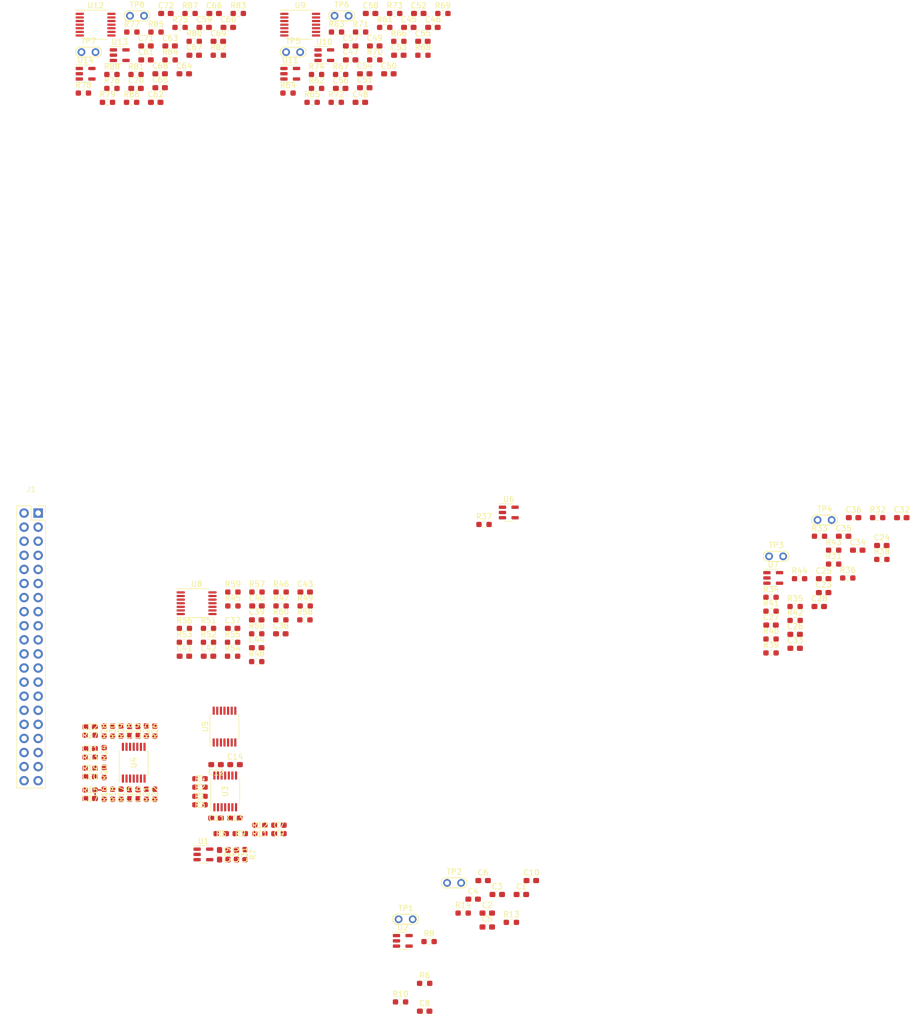
<source format=kicad_pcb>
(kicad_pcb (version 20211014) (generator pcbnew)
  (layers (0 "F.Cu" signal) (31 "B.Cu" signal) (34 "B.Paste" user) (35 "F.Paste" user) (36 "B.SilkS" user "B.Silkscreen") (37 "F.SilkS" user "F.Silkscreen") (38 "B.Mask" user) (39 "F.Mask" user) (44 "Edge.Cuts" user))
  (net 0 "")
  (net 1 "GNDA")
  (net 2 "+3.3V")
  (net 3 "GNDD")
  (net 4 "/Input Section/ADC_IN-")
  (net 5 "/Input Section/ADC_IN+")
  (net 6 "/Input Section1/ADC_IN-")
  (net 7 "/Input Section1/ADC_IN+")
  (net 8 "+5V")
  (net 9 "/POD_CLK")
  (net 11 "/POD_D15")
  (net 12 "/POD_D14")
  (net 13 "/POD_D13")
  (net 14 "/POD_D12")
  (net 15 "/POD_D11")
  (net 16 "/POD_D10")
  (net 17 "/POD_D9")
  (net 18 "/POD_D8")
  (net 19 "/POD_D7")
  (net 20 "/POD_D6")
  (net 21 "/POD_D5")
  (net 22 "/POD_D4")
  (net 23 "/POD_D3")
  (net 24 "/POD_D2")
  (net 25 "/POD_D1")
  (net 26 "/POD_D0")
  (net 27 "/Input Section/Voffset2")
  (net 28 "Net-(R5-Pad2)")
  (net 29 "/Input Section/Vthresh")
  (net 30 "/Input Section/Vcom")
  (net 31 "/Input Section1/Vcom")
  (net 32 "Net-(R10-Pad1)")
  (net 33 "Net-(R8-Pad1)")
  (net 34 "Net-(R11-Pad1)")
  (net 35 "Net-(R40-Pad2)")
  (net 36 "/pod_buf4/BUF_IN0")
  (net 37 "/pod_buf4/BUF_IN1")
  (net 38 "/pod_buf4/BUF_IN2")
  (net 39 "/pod_buf4/BUF_IN3")
  (net 40 "+5VA")
  (net 41 "-5VA")
  (net 42 "/BUF_OUT0")
  (net 43 "Net-(R1-Pad2)")
  (net 44 "/BUF_OUT1")
  (net 45 "Net-(R2-Pad2)")
  (net 46 "Net-(R13-Pad1)")
  (net 47 "Net-(R7-Pad1)")
  (net 48 "Net-(R12-Pad1)")
  (net 49 "Net-(R10-Pad2)")
  (net 50 "/BUF_OUT2")
  (net 51 "/BUF_OUT3")
  (net 52 "Net-(R21-Pad1)")
  (net 53 "Net-(R17-Pad1)")
  (net 54 "Net-(R25-Pad1)")
  (net 55 "Net-(R29-Pad1)")
  (net 56 "Net-(R31-Pad1)")
  (net 57 "Net-(R32-Pad1)")
  (net 58 "Net-(R33-Pad1)")
  (net 59 "Net-(R33-Pad2)")
  (net 60 "Net-(R37-Pad1)")
  (net 61 "Net-(R38-Pad1)")
  (net 62 "Net-(R39-Pad1)")
  (net 63 "Net-(R40-Pad1)")
  (net 64 "Net-(R44-Pad1)")
  (net 65 "/pod_buf5/BUF_IN0")
  (net 66 "/pod_buf5/BUF_IN1")
  (net 67 "/pod_buf5/BUF_IN2")
  (net 68 "/pod_buf5/BUF_IN3")
  (net 69 "/Input Section2/ADC_IN+")
  (net 70 "/Input Section2/ADC_IN-")
  (net 71 "/Input Section3/ADC_IN+")
  (net 72 "/Input Section3/ADC_IN-")
  (net 73 "Net-(R47-Pad1)")
  (net 74 "/BUF_OUT4")
  (net 75 "Net-(R51-Pad1)")
  (net 76 "/BUF_OUT5")
  (net 77 "Net-(R55-Pad1)")
  (net 78 "/BUF_OUT6")
  (net 79 "Net-(R59-Pad1)")
  (net 80 "/BUF_OUT7")
  (net 81 "Net-(R61-Pad1)")
  (net 82 "Net-(R62-Pad1)")
  (net 83 "Net-(R63-Pad1)")
  (net 84 "Net-(R63-Pad2)")
  (net 85 "Net-(R67-Pad1)")
  (net 86 "Net-(R68-Pad1)")
  (net 87 "Net-(R69-Pad1)")
  (net 88 "Net-(R70-Pad1)")
  (net 89 "Net-(R70-Pad2)")
  (net 90 "Net-(R74-Pad1)")
  (net 91 "Net-(R75-Pad1)")
  (net 92 "Net-(R76-Pad1)")
  (net 93 "Net-(R77-Pad1)")
  (net 94 "Net-(R77-Pad2)")
  (net 95 "Net-(R81-Pad1)")
  (net 96 "Net-(R82-Pad1)")
  (net 97 "Net-(R83-Pad1)")
  (net 98 "Net-(R84-Pad1)")
  (net 99 "Net-(R84-Pad2)")
  (net 100 "Net-(R88-Pad1)")
  (net 101 "/Input Section2/Vcom")
  (net 102 "/Input Section3/Vcom")
  (net 103 "/Input Section/DIG_OUT0")
  (net 104 "/Input Section/DIG_OUT1")
  (net 105 "/Input Section1/DIG_OUT0")
  (net 106 "/Input Section1/DIG_OUT1")
  (net 107 "/Input Section2/DIG_OUT0")
  (net 108 "/Input Section2/DIG_OUT1")
  (net 109 "/Input Section3/DIG_OUT0")
  (net 110 "/Input Section3/DIG_OUT1")
  (footprint "Capacitor_SMD:C_0603_1608Metric_Pad1.08x0.95mm_HandSolder" (layer "F.Cu") (at 202.6285 54.909)
    (fp_text reference "C32")
    (fp_text value "30p")
  )
  (footprint "Resistor_SMD:R_0603_1608Metric_Pad0.98x0.95mm_HandSolder" (layer "F.Cu") (at 187.7785 58.259)
    (fp_text reference "R33")
    (fp_text value "1k")
  )
  (footprint "Resistor_SMD:R_0603_1608Metric_Pad0.98x0.95mm_HandSolder" (layer "F.Cu") (at 84.074 115.6735 -90)
    (fp_text reference "R7")
    (fp_text value "20")
  )
  (footprint "Capacitor_SMD:C_0603_1608Metric_Pad1.08x0.95mm_HandSolder" (layer "F.Cu") (at 56.134 96.5525 180)
    (fp_text reference "C21")
    (fp_text value "70p")
  )
  (footprint "Package_TO_SOT_SMD:SOT-23-5" (layer "F.Cu") (at 179.4285 65.779)
    (fp_text reference "U7")
    (fp_text value "TLV3601")
  )
  (footprint "Resistor_SMD:R_0603_1608Metric_Pad0.98x0.95mm_HandSolder" (layer "F.Cu") (at 75.9695 101.981 180)
    (fp_text reference "R4")
    (fp_text value "1k")
  )
  (footprint "TestPoint:TestPoint_2Pads_Pitch2.54mm_Drill0.8mm" (layer "F.Cu") (at 120.566 120.768)
    (fp_text reference "TP2")
    (fp_text value "TestPoint_2Pole")
  )
  (footprint "Capacitor_SMD:C_0603_1608Metric_Pad1.08x0.95mm_HandSolder" (layer "F.Cu") (at 82.2695 109.093)
    (fp_text reference "C13")
    (fp_text value "10u")
  )
  (footprint "Resistor_SMD:R_0603_1608Metric_Pad0.98x0.95mm_HandSolder" (layer "F.Cu") (at 56.134 94.1395)
    (fp_text reference "R27")
    (fp_text value "250")
  )
  (footprint "Capacitor_SMD:C_0603_1608Metric_Pad1.08x0.95mm_HandSolder" (layer "F.Cu") (at 66.227 -30.146)
    (fp_text reference "C71")
    (fp_text value "10n")
  )
  (footprint "Resistor_SMD:R_0603_1608Metric_Pad0.98x0.95mm_HandSolder" (layer "F.Cu") (at 123.466 126.208)
    (fp_text reference "R14")
    (fp_text value "150")
  )
  (footprint "Capacitor_SMD:C_0603_1608Metric_Pad1.08x0.95mm_HandSolder" (layer "F.Cu") (at 70.577 -30.146)
    (fp_text reference "C63")
    (fp_text value "100n")
  )
  (footprint "Capacitor_SMD:C_0603_1608Metric_Pad1.08x0.95mm_HandSolder" (layer "F.Cu") (at 81.077 -33.496)
    (fp_text reference "C60")
    (fp_text value "10u")
  )
  (footprint "Capacitor_SMD:C_0603_1608Metric_Pad1.08x0.95mm_HandSolder" (layer "F.Cu") (at 90.217 110.363)
    (fp_text reference "C7")
    (fp_text value "30p")
  )
  (footprint "Capacitor_SMD:C_0603_1608Metric_Pad1.08x0.95mm_HandSolder" (layer "F.Cu") (at 69.827 -36.006)
    (fp_text reference "C72")
    (fp_text value "1u")
  )
  (footprint "Resistor_SMD:R_0603_1608Metric_Pad0.98x0.95mm_HandSolder" (layer "F.Cu") (at 56.134 98.109)
    (fp_text reference "R23")
    (fp_text value "250")
  )
  (footprint "Resistor_SMD:R_0603_1608Metric_Pad0.98x0.95mm_HandSolder" (layer "F.Cu") (at 67.818 93.401 90)
    (fp_text reference "R26")
    (fp_text value "3k")
  )
  (footprint "Resistor_SMD:R_0603_1608Metric_Pad0.98x0.95mm_HandSolder" (layer "F.Cu") (at 107.507 -27.636)
    (fp_text reference "R70")
    (fp_text value "1k")
  )
  (footprint "Capacitor_SMD:C_0603_1608Metric_Pad1.08x0.95mm_HandSolder" (layer "F.Cu") (at 73.1565 79.889)
    (fp_text reference "C41")
    (fp_text value "10u")
  )
  (footprint "Capacitor_SMD:C_0603_1608Metric_Pad1.08x0.95mm_HandSolder" (layer "F.Cu") (at 56.134 92.6155 180)
    (fp_text reference "C22")
    (fp_text value "70p")
  )
  (footprint "Resistor_SMD:R_0603_1608Metric_Pad0.98x0.95mm_HandSolder" (layer "F.Cu") (at 90.6065 70.829)
    (fp_text reference "R47")
    (fp_text value "1k")
  )
  (footprint "Package_SO:TSSOP-14_4.4x5mm_P0.65mm" (layer "F.Cu") (at 75.3565 70.339)
    (fp_text reference "U8")
    (fp_text value "ADA4891-4")
  )
  (footprint "Resistor_SMD:R_0603_1608Metric_Pad0.98x0.95mm_HandSolder" (layer "F.Cu") (at 198.2785 54.909)
    (fp_text reference "R32")
    (fp_text value "1k")
  )
  (footprint "Resistor_SMD:R_0603_1608Metric_Pad0.98x0.95mm_HandSolder" (layer "F.Cu") (at 183.3785 70.929)
    (fp_text reference "R35")
    (fp_text value "1k")
  )
  (footprint "Resistor_SMD:R_0603_1608Metric_Pad0.98x0.95mm_HandSolder" (layer "F.Cu") (at 90.5565 73.339)
    (fp_text reference "R60")
    (fp_text value "3k")
  )
  (footprint "Resistor_SMD:R_0603_1608Metric_Pad0.98x0.95mm_HandSolder" (layer "F.Cu") (at 81.8565 77.379)
    (fp_text reference "R55")
    (fp_text value "1k")
  )
  (footprint "Resistor_SMD:R_0603_1608Metric_Pad0.98x0.95mm_HandSolder" (layer "F.Cu") (at 86.2565 68.319)
    (fp_text reference "R57")
    (fp_text value "250")
  )
  (footprint "Resistor_SMD:R_0603_1608Metric_Pad0.98x0.95mm_HandSolder" (layer "F.Cu") (at 73.1565 74.869)
    (fp_text reference "R56")
    (fp_text value "3k")
  )
  (footprint "Capacitor_SMD:C_0603_1608Metric_Pad1.08x0.95mm_HandSolder" (layer "F.Cu") (at 183.3785 78.459)
    (fp_text reference "C33")
    (fp_text value "30p")
  )
  (footprint "Capacitor_SMD:C_0603_1608Metric_Pad1.08x0.95mm_HandSolder" (layer "F.Cu") (at 76.727 -33.496)
    (fp_text reference "C59")
    (fp_text value "100n")
  )
  (footprint "Capacitor_SMD:C_0603_1608Metric_Pad1.08x0.95mm_HandSolder" (layer "F.Cu") (at 103.157 -30.146)
    (fp_text reference "C57")
    (fp_text value "10n")
  )
  (footprint "Capacitor_SMD:C_0603_1608Metric_Pad1.08x0.95mm_HandSolder" (layer "F.Cu") (at 193.9285 54.909)
    (fp_text reference "C36")
    (fp_text value "1u")
  )
  (footprint "Capacitor_SMD:C_0603_1608Metric_Pad1.08x0.95mm_HandSolder" (layer "F.Cu") (at 115.457 -36.006)
    (fp_text reference "C52")
    (fp_text value "10n")
  )
  (footprint "Resistor_SMD:R_0603_1608Metric_Pad0.98x0.95mm_HandSolder" (layer "F.Cu") (at 61.722 104.784 90)
    (fp_text reference "R17")
    (fp_text value "1k")
  )
  (footprint "Resistor_SMD:R_0603_1608Metric_Pad0.98x0.95mm_HandSolder" (layer "F.Cu") (at 97.007 -22.496)
    (fp_text reference "R62")
    (fp_text value "1k")
  )
  (footprint "Package_TO_SOT_SMD:SOT-23-5" (layer "F.Cu") (at 55.327 -25.136)
    (fp_text reference "U14")
    (fp_text value "TLV3601")
  )
  (footprint "Resistor_SMD:R_0603_1608Metric_Pad0.98x0.95mm_HandSolder" (layer "F.Cu") (at 82.877 -36.006)
    (fp_text reference "R83")
    (fp_text value "1k")
  )
  (footprint "Resistor_SMD:R_0603_1608Metric_Pad0.98x0.95mm_HandSolder" (layer "F.Cu") (at 96.207 -19.986)
    (fp_text reference "R65")
    (fp_text value "1k")
  )
  (footprint "Capacitor_SMD:C_0603_1608Metric_Pad1.08x0.95mm_HandSolder" (layer "F.Cu") (at 63.246 93.3775 90)
    (fp_text reference "C18")
    (fp_text value "100n")
  )
  (footprint "Resistor_SMD:R_0603_1608Metric_Pad0.98x0.95mm_HandSolder" (layer "F.Cu") (at 179.0285 69.259)
    (fp_text reference "R34")
    (fp_text value "1.5k")
  )
  (footprint "Resistor_SMD:R_0603_1608Metric_Pad0.98x0.95mm_HandSolder" (layer "F.Cu") (at 109.307 -33.496)
    (fp_text reference "R61")
    (fp_text value "100")
  )
  (footprint "Resistor_SMD:R_0603_1608Metric_Pad0.98x0.95mm_HandSolder" (layer "F.Cu") (at 60.077 -25.006)
    (fp_text reference "R88")
    (fp_text value "20")
  )
  (footprint "Capacitor_SMD:C_0603_1608Metric_Pad1.08x0.95mm_HandSolder" (layer "F.Cu") (at 199.0285 59.929)
    (fp_text reference "C24")
    (fp_text value "10u")
  )
  (footprint "Capacitor_SMD:C_0603_1608Metric_Pad1.08x0.95mm_HandSolder" (layer "F.Cu") (at 135.766 120.348)
    (fp_text reference "C10")
    (fp_text value "30p")
  )
  (footprint "Resistor_SMD:R_0603_1608Metric_Pad0.98x0.95mm_HandSolder" (layer "F.Cu") (at 83.232 111.887)
    (fp_text reference "R9")
    (fp_text value "1k")
  )
  (footprint "Resistor_SMD:R_0603_1608Metric_Pad0.98x0.95mm_HandSolder" (layer "F.Cu") (at 58.674 104.784 90)
    (fp_text reference "R16")
    (fp_text value "10k")
  )
  (footprint "Resistor_SMD:R_0603_1608Metric_Pad0.98x0.95mm_HandSolder" (layer "F.Cu") (at 64.427 -25.006)
    (fp_text reference "R81")
    (fp_text value "20")
  )
  (footprint "Capacitor_SMD:C_0603_1608Metric_Pad1.08x0.95mm_HandSolder" (layer "F.Cu") (at 82.296 99.441)
    (fp_text reference "C14")
    (fp_text value "10u")
  )
  (footprint "Resistor_SMD:R_0603_1608Metric_Pad0.98x0.95mm_HandSolder" (layer "F.Cu") (at 90.6065 68.319)
    (fp_text reference "R46")
    (fp_text value "10k")
  )
  (footprint "Resistor_SMD:R_0603_1608Metric_Pad0.98x0.95mm_HandSolder" (layer "F.Cu") (at 60.198 93.401 90)
    (fp_text reference "R30")
    (fp_text value "3k")
  )
  (footprint "Resistor_SMD:R_0603_1608Metric_Pad0.98x0.95mm_HandSolder" (layer "F.Cu") (at 199.0285 62.439)
    (fp_text reference "R38")
    (fp_text value "100")
  )
  (footprint "Capacitor_SMD:C_0603_1608Metric_Pad1.08x0.95mm_HandSolder" (layer "F.Cu") (at 101.357 -22.496)
    (fp_text reference "C56")
    (fp_text value "100p")
  )
  (footprint "Resistor_SMD:R_0603_1608Metric_Pad0.98x0.95mm_HandSolder" (layer "F.Cu") (at 179.0285 71.769)
    (fp_text reference "R41")
    (fp_text value "1.5k")
  )
  (footprint "Capacitor_SMD:C_0603_1608Metric_Pad1.08x0.95mm_HandSolder" (layer "F.Cu") (at 78.867 109.093 180)
    (fp_text reference "C11")
    (fp_text value "100n")
  )
  (footprint "Resistor_SMD:R_0603_1608Metric_Pad0.98x0.95mm_HandSolder" (layer "F.Cu") (at 101.357 -25.006)
    (fp_text reference "R67")
    (fp_text value "20")
  )
  (footprint "Resistor_SMD:R_0603_1608Metric_Pad0.98x0.95mm_HandSolder" (layer "F.Cu") (at 56.134 104.022)
    (fp_text reference "R15")
    (fp_text value "250")
  )
  (footprint "Capacitor_SMD:C_0603_1608Metric_Pad1.08x0.95mm_HandSolder" (layer "F.Cu") (at 94.9565 68.319)
    (fp_text reference "C43")
    (fp_text value "70p")
  )
  (footprint "Package_SO:TSSOP-14_4.4x5mm_P0.65mm" (layer "F.Cu") (at 64.008 99.0925 90)
    (fp_text reference "U4")
    (fp_text value "ADA4891-4")
  )
  (footprint "Resistor_SMD:R_0603_1608Metric_Pad0.98x0.95mm_HandSolder" (layer "F.Cu") (at 63.677 -32.656)
    (fp_text reference "R77")
    (fp_text value "1k")
  )
  (footprint "Resistor_SMD:R_0603_1608Metric_Pad0.98x0.95mm_HandSolder" (layer "F.Cu") (at 60.198 104.784 -90)
    (fp_text reference "R18")
    (fp_text value "3k")
  )
  (footprint "Resistor_SMD:R_0603_1608Metric_Pad0.98x0.95mm_HandSolder" (layer "F.Cu") (at 119.807 -36.006)
    (fp_text reference "R69")
    (fp_text value "1k")
  )
  (footprint "Resistor_SMD:R_0603_1608Metric_Pad0.98x0.95mm_HandSolder" (layer "F.Cu") (at 75.9695 103.505)
    (fp_text reference "R2")
    (fp_text value "1.5k")
  )
  (footprint "Resistor_SMD:R_0603_1608Metric_Pad0.98x0.95mm_HandSolder" (layer "F.Cu") (at 79.277 -28.476)
    (fp_text reference "R82")
    (fp_text value "100")
  )
  (footprint "Resistor_SMD:R_0603_1608Metric_Pad0.98x0.95mm_HandSolder" (layer "F.Cu") (at 117.316 131.348)
    (fp_text reference "R8")
    (fp_text value "20")
  )
  (footprint "Resistor_SMD:R_0603_1608Metric_Pad0.98x0.95mm_HandSolder" (layer "F.Cu") (at 75.9695 106.68 180)
    (fp_text reference "R3")
    (fp_text value "1k")
  )
  (footprint "Resistor_SMD:R_0603_1608Metric_Pad0.98x0.95mm_HandSolder" (layer "F.Cu") (at 77.5065 77.379)
    (fp_text reference "R52")
    (fp_text value "3k")
  )
  (footprint "Resistor_SMD:R_0603_1608Metric_Pad0.98x0.95mm_HandSolder" (layer "F.Cu") (at 184.1785 65.909)
    (fp_text reference "R44")
    (fp_text value "20")
  )
  (footprint "Capacitor_SMD:C_0603_1608Metric_Pad1.08x0.95mm_HandSolder" (layer "F.Cu") (at 64.77 93.3775 90)
    (fp_text reference "C19")
    (fp_text value "10u")
  )
  (footprint "TestPoint:TestPoint_2Pads_Pitch2.54mm_Drill0.8mm" (layer "F.Cu") (at 63.327 -35.586)
    (fp_text reference "TP8")
    (fp_text value "TestPoint_2Pole")
  )
  (footprint "Resistor_SMD:R_0603_1608Metric_Pad0.98x0.95mm_HandSolder" (layer "F.Cu") (at 54.927 -21.656)
    (fp_text reference "R78")
    (fp_text value "1.5k")
  )
  (footprint "Package_SO:TSSOP-14_4.4x5mm_P0.65mm" (layer "F.Cu") (at 80.518 104.267 90)
    (fp_text reference "U3")
    (fp_text value "ADA4891-4")
  )
  (footprint "Resistor_SMD:R_0603_1608Metric_Pad0.98x0.95mm_HandSolder" (layer "F.Cu") (at 190.3285 63.279)
    (fp_text reference "R31")
    (fp_text value "100")
  )
  (footprint "Resistor_SMD:R_0603_1608Metric_Pad0.98x0.95mm_HandSolder" (layer "F.Cu") (at 72.377 -33.496)
    (fp_text reference "R75")
    (fp_text value "100")
  )
  (footprint "Resistor_SMD:R_0603_1608Metric_Pad0.98x0.95mm_HandSolder" (layer "F.Cu") (at 190.3285 60.769)
    (fp_text reference "R43")
    (fp_text value "150")
  )
  (footprint "Resistor_SMD:R_0603_1608Metric_Pad0.98x0.95mm_HandSolder" (layer "F.Cu") (at 91.857 -21.656)
    (fp_text reference "R64")
    (fp_text value "1.5k")
  )
  (footprint "Capacitor_SMD:C_0603_1608Metric_Pad1.08x0.95mm_HandSolder" (layer "F.Cu") (at 81.8565 74.869)
    (fp_text reference "C37")
    (fp_text value "100n")
  )
  (footprint "Resistor_SMD:R_0603_1608Metric_Pad0.98x0.95mm_HandSolder" (layer "F.Cu") (at 60.077 -22.496)
    (fp_text reference "R76")
    (fp_text value "1k")
  )
  (footprint "Capacitor_SMD:C_0603_1608Metric_Pad1.08x0.95mm_HandSolder" (layer "F.Cu") (at 68.777 -25.126)
    (fp_text reference "C68")
    (fp_text value "30p")
  )
  (footprint "Resistor_SMD:R_0603_1608Metric_Pad0.98x0.95mm_HandSolder" (layer "F.Cu") (at 70.577 -27.636)
    (fp_text reference "R84")
    (fp_text value "1k")
  )
  (footprint "Capacitor_SMD:C_0603_1608Metric_Pad1.08x0.95mm_HandSolder" (layer "F.Cu") (at 86.2065 73.339)
    (fp_text reference "C39")
    (fp_text value "70p")
  )
  (footprint "Capacitor_SMD:C_0603_1608Metric_Pad1.08x0.95mm_HandSolder" (layer "F.Cu") (at 90.5565 75.849)
    (fp_text reference "C38")
    (fp_text value "10u")
  )
  (footprint "Resistor_SMD:R_0603_1608Metric_Pad0.98x0.95mm_HandSolder" (layer "F.Cu") (at 116.516 138.878)
    (fp_text reference "R6")
    (fp_text value "1k")
  )
  (footprint "TestPoint:TestPoint_2Pads_Pitch2.54mm_Drill0.8mm" (layer "F.Cu") (at 100.257 -35.586)
    (fp_text reference "TP6")
    (fp_text value "TestPoint_2Pole")
  )
  (footprint "Capacitor_SMD:C_0603_1608Metric_Pad1.08x0.95mm_HandSolder" (layer "F.Cu") (at 105.707 -22.616)
    (fp_text reference "C51")
    (fp_text value "100p")
  )
  (footprint "Resistor_SMD:R_0603_1608Metric_Pad0.98x0.95mm_HandSolder" (layer "F.Cu") (at 132.166 127.878)
    (fp_text reference "R13")
    (fp_text value "100")
  )
  (footprint "Capacitor_SMD:C_0603_1608Metric_Pad1.08x0.95mm_HandSolder" (layer "F.Cu") (at 56.134 101.6 180)
    (fp_text reference "C20")
    (fp_text value "70p")
  )
  (footprint "Capacitor_SMD:C_0603_1608Metric_Pad1.08x0.95mm_HandSolder" (layer "F.Cu") (at 86.2065 78.359)
    (fp_text reference "C44")
    (fp_text value "70p")
  )
  (footprint "Resistor_SMD:R_0603_1608Metric_Pad0.98x0.95mm_HandSolder" (layer "F.Cu") (at 74.927 -30.986)
    (fp_text reference "R80")
    (fp_text value "150")
  )
  (footprint "Package_SO:TSSOP-14_4.4x5mm_P0.65mm" (layer "F.Cu") (at 57.127 -33.986)
    (fp_text reference "U12")
    (fp_text value "ADA4891-4")
  )
  (footprint "Resistor_SMD:R_0603_1608Metric_Pad0.98x0.95mm_HandSolder" (layer "F.Cu") (at 79.803 111.887)
    (fp_text reference "R5")
    (fp_text value "1k")
  )
  (footprint "Resistor_SMD:R_0603_1608Metric_Pad0.98x0.95mm_HandSolder" (layer "F.Cu") (at 81.9065 70.829)
    (fp_text reference "R45")
    (fp_text value "250")
  )
  (footprint "Capacitor_SMD:C_0603_1608Metric_Pad1.08x0.95mm_HandSolder" (layer "F.Cu") (at 86.2565 70.829)
    (fp_text reference "C40")
    (fp_text value "100n")
  )
  (footprint "Capacitor_SMD:C_0603_1608Metric_Pad1.08x0.95mm_HandSolder" (layer "F.Cu") (at 133.966 122.858)
    (fp_text reference "C1")
    (fp_text value "100p")
  )
  (footprint "Capacitor_SMD:C_0603_1608Metric_Pad1.08x0.95mm_HandSolder" (layer "F.Cu") (at 116.516 143.898)
    (fp_text reference "C8")
    (fp_text value "30p")
  )
  (footprint "Resistor_SMD:R_0603_1608Metric_Pad0.98x0.95mm_HandSolder" (layer "F.Cu") (at 86.2065 80.869)
    (fp_text reference "R48")
    (fp_text value "3k")
  )
  (footprint "Capacitor_SMD:C_0603_1608Metric_Pad1.08x0.95mm_HandSolder" (layer "F.Cu") (at 64.77 104.781 -90)
    (fp_text reference "C16")
    (fp_text value "10u")
  )
  (footprint "Resistor_SMD:R_0603_1608Metric_Pad0.98x0.95mm_HandSolder" (layer "F.Cu") (at 86.2065 75.849)
    (fp_text reference "R50")
    (fp_text value "10k")
  )
  (footprint "TestPoint:TestPoint_2Pads_Pitch2.54mm_Drill0.8mm" (layer "F.Cu") (at 178.6785 61.879)
    (fp_text reference "TP3")
    (fp_text value "TestPoint_2Pole")
  )
  (footprint "Resistor_SMD:R_0603_1608Metric_Pad0.98x0.95mm_HandSolder" (layer "F.Cu") (at 56.134 100.076)
    (fp_text reference "R19")
    (fp_text value "250")
  )
  (footprint "Capacitor_SMD:C_0603_1608Metric_Pad1.08x0.95mm_HandSolder" (layer "F.Cu") (at 64.427 -22.496)
    (fp_text reference "C70")
    (fp_text value "100p")
  )
  (footprint "Package_SO:TSSOP-14_4.4x5mm_P0.65mm" (layer "F.Cu") (at 94.057 -33.986)
    (fp_text reference "U9")
    (fp_text value "ADA4891-4")
  )
  (footprint "Capacitor_SMD:C_0603_1608Metric_Pad1.08x0.95mm_HandSolder" (layer "F.Cu") (at 74.927 -28.476)
    (fp_text reference "C67")
    (fp_text value "1u")
  )
  (footprint "Capacitor_SMD:C_0603_1608Metric_Pad1.08x0.95mm_HandSolder" (layer "F.Cu") (at 68.777 -22.616)
    (fp_text reference "C65")
    (fp_text value "100p")
  )
  (footprint "Resistor_SMD:R_0603_1608Metric_Pad0.98x0.95mm_HandSolder" (layer "F.Cu") (at 97.007 -25.006)
    (fp_text reference "R74")
    (fp_text value "20")
  )
  (footprint "Resistor_SMD:R_0603_1608Metric_Pad0.98x0.95mm_HandSolder" (layer "F.Cu") (at 94.9565 70.829)
    (fp_text reference "R49")
    (fp_text value "250")
  )
  (footprint "Capacitor_SMD:C_0603_1608Metric_Pad1.08x0.95mm_HandSolder" (layer "F.Cu") (at 125.266 123.698)
    (fp_text reference "C4")
    (fp_text value "10n")
  )
  (footprint "Resistor_SMD:R_0603_1608Metric_Pad0.98x0.95mm_HandSolder" (layer "F.Cu") (at 100.557 -19.986)
    (fp_text reference "R72")
    (fp_text value "1k")
  )
  (footprint "Resistor_SMD:R_0603_1608Metric_Pad0.98x0.95mm_HandSolder" (layer "F.Cu") (at 73.1565 77.379)
    (fp_text reference "R53")
    (fp_text value "250")
  )
  (footprint "Capacitor_SMD:C_0603_1608Metric_Pad1.08x0.95mm_HandSolder" (layer "F.Cu") (at 118.007 -33.496)
    (fp_text reference "C46")
    (fp_text value "10u")
  )
  (footprint "Capacitor_SMD:C_0603_1608Metric_Pad1.08x0.95mm_HandSolder" (layer "F.Cu") (at 113.657 -33.496)
    (fp_text reference "C45")
    (fp_text value "100n")
  )
  (footprint "Resistor_SMD:R_0603_1608Metric_Pad0.98x0.95mm_HandSolder" (layer "F.Cu") (at 111.857 -30.986)
    (fp_text reference "R66")
    (fp_text value "150")
  )
  (footprint "Resistor_SMD:R_0603_1608Metric_Pad0.98x0.95mm_HandSolder" (layer "F.Cu") (at 61.722 93.3745 -90)
    (fp_text reference "R29")
    (fp_text value "1k")
  )
  (footprint "Capacitor_SMD:C_0603_1608Metric_Pad1.08x0.95mm_HandSolder" (layer "F.Cu") (at 179.0285 74.279)
    (fp_text reference "C27")
    (fp_text value "100n")
  )
  (footprint "Capacitor_SMD:C_0603_1608Metric_Pad1.08x0.95mm_HandSolder" (layer "F.Cu") (at 188.5285 65.909)
    (fp_text reference "C25")
    (fp_text value "30p")
  )
  (footprint "Capacitor_SMD:C_0603_1608Metric_Pad1.08x0.95mm_HandSolder" (layer "F.Cu") (at 67.977 -19.986)
    (fp_text reference "C62")
    (fp_text value "30p")
  )
  (footprint "Resistor_SMD:R_0603_1608Metric_Pad0.98x0.95mm_HandSolder" (layer "F.Cu") (at 77.5065 74.869)
    (fp_text reference "R51")
    (fp_text value "1k")
  )
  (footprint "Capacitor_SMD:C_0603_1608Metric_Pad1.08x0.95mm_HandSolder" (layer "F.Cu") (at 129.616 122.858)
    (fp_text reference "C3")
    (fp_text value "10n")
  )
  (footprint "Resistor_SMD:R_0603_1608Metric_Pad0.98x0.95mm_HandSolder" (layer "F.Cu") (at 66.294 104.784 90)
    (fp_text reference "R21")
    (fp_text value "1k")
  )
  (footprint "Capacitor_SMD:C_0603_1608Metric_Pad1.08x0.95mm_HandSolder" (layer "F.Cu") (at 194.6785 60.769)
    (fp_text reference "C34")
    (fp_text value "100p")
  )
  (footprint "Capacitor_SMD:C_0603_1608Metric_Pad1.08x0.95mm_HandSolder" (layer "F.Cu") (at 78.867 99.441 180)
    (fp_text reference "C12")
    (fp_text value "100n")
  )
  (footprint "Resistor_SMD:R_0603_1608Metric_Pad0.98x0.95mm_HandSolder" (layer "F.Cu") (at 58.674 100.847 -90)
    (fp_text reference "R20")
    (fp_text value "10k")
  )
  (footprint "Package_TO_SOT_SMD:SOT-23-5" (layer "F.Cu") (at 98.407 -28.486)
    (fp_text reference "U10")
    (fp_text value "TLV3601")
  )
  (footprint "Capacitor_SMD:C_0603_1608Metric_Pad1.08x0.95mm_HandSolder" (layer "F.Cu") (at 56.134 105.546 180)
    (fp_text reference "C17")
    (fp_text value "70p")
  )
  (footprint "Capacitor_SMD:C_0603_1608Metric_Pad1.08x0.95mm_HandSolder" (layer "F.Cu") (at 78.527 -36.006)
    (fp_text reference "C66")
    (fp_text value "10n")
  )
  (footprint "Package_TO_SOT_SMD:SOT-23-5" (layer "F.Cu") (at 61.477 -28.486)
    (fp_text reference "U13")
    (fp_text value "TLV3601")
  )
  (footprint "Capacitor_SMD:C_0603_1608Metric_Pad1.08x0.95mm_HandSolder" (layer "F.Cu") (at 110.057 -25.126)
    (fp_text reference "C50")
    (fp_text value "10u")
  )
  (footprint "logic_analyzer:3M_8540-4500PL" (layer "F.Cu") (at 46.763 54.081)
    (fp_text reference "J1")
    (fp_text value "3M_8540-4500PL")
  )
  (footprint "Resistor_SMD:R_0603_1608Metric_Pad0.98x0.95mm_HandSolder" (layer "F.Cu") (at 112.166 142.228)
    (fp_text reference "R10")
    (fp_text value "1k")
  )
  (footprint "Resistor_SMD:R_0603_1608Metric_Pad0.98x0.95mm_HandSolder" (layer "F.Cu") (at 86.7645 110.363)
    (fp_text reference "R12")
    (fp_text value "150")
  )
  (footprint "Resistor_SMD:R_0603_1608Metric_Pad0.98x0.95mm_HandSolder" (layer "F.Cu") (at 81.9065 68.319)
    (fp_text reference "R59")
    (fp_text value "1k")
  )
  (footprint "Package_SO:TSSOP-14_4.4x5mm_P0.65mm" (layer "F.Cu") (at 80.391 92.583 90)
    (fp_text reference "U5")
    (fp_text value "ADA4891-4")
  )
  (footprint "Capacitor_SMD:C_0603_1608Metric_Pad1.08x0.95mm_HandSolder" (layer "F.Cu") (at 103.157 -27.636)
    (fp_text reference "C47")
    (fp_text value "30p")
  )
  (footprint "Capacitor_SMD:C_0603_1608Metric_Pad1.08x0.95mm_HandSolder" (layer "F.Cu") (at 107.507 -30.146)
    (fp_text reference "C49")
    (fp_text value "100n")
  )
  (footprint "TestPoint:TestPoint_2Pads_Pitch2.54mm_Drill0.8mm" (layer "F.Cu") (at 111.816 127.318)
    (fp_text reference "TP1")
    (fp_text value "TestPoint_2Pole")
  )
  (footprint "Resistor_SMD:R_0603_1608Metric_Pad0.98x0.95mm_HandSolder" (layer "F.Cu") (at 192.8785 65.789)
    (fp_text reference "R36")
    (fp_text value "150")
  )
  (footprint "Capacitor_SMD:C_0603_1608Metric_Pad1.08x0.95mm_HandSolder" (layer "F.Cu") (at 79.277 -30.986)
    (fp_text reference "C69")
    (fp_text value "30p")
  )
  (footprint "Resistor_SMD:R_0603_1608Metric_Pad0.98x0.95mm_HandSolder" (layer "F.Cu") (at 63.627 -19.986)
    (fp_text reference "R86")
    (fp_text value "1k")
  )
  (footprint "Capacitor_SMD:C_0603_1608Metric_Pad1.08x0.95mm_HandSolder" (layer "F.Cu") (at 183.3785 75.949)
    (fp_text reference "C26")
    (fp_text value "30p")
  )
  (footprint "Capacitor_SMD:C_0603_1608Metric_Pad1.08x0.95mm_HandSolder" (layer "F.Cu") (at 77.5065 79.889)
    (fp_text reference "C42")
    (fp_text value "70p")
  )
  (footprint "Capacitor_SMD:C_0603_1608Metric_Pad1.08x0.95mm_HandSolder" (layer "F.Cu") (at 81.026 115.697 -90)
    (fp_text reference "C30")
    (fp_text value "10n")
  )
  (footprint "Capacitor_SMD:C_0603_1608Metric_Pad1.08x0.95mm_HandSolder" (layer "F.Cu") (at 111.857 -28.476)
    (fp_text reference "C53")
    (fp_text value "1u")
  )
  (footprint "TestPoint:TestPoint_2Pads_Pitch2.54mm_Drill0.8mm" (layer "F.Cu") (at 54.577 -29.036)
    (fp_text reference "TP7")
    (fp_text value "TestPoint_2Pole")
  )
  (footprint "Resistor_SMD:R_0603_1608Metric_Pad0.98x0.95mm_HandSolder" (layer "F.Cu") (at 179.0285 76.789)
    (fp_text reference "R40")
    (fp_text value "1k")
  )
  (footprint "Capacitor_SMD:C_0603_1608Metric_Pad1.08x0.95mm_HandSolder" (layer "F.Cu") (at 127.816 126.208)
    (fp_text reference "C2")
    (fp_text value "100p")
  )
  (footprint "Capacitor_SMD:C_0603_1608Metric_Pad1.08x0.95mm_HandSolder" (layer "F.Cu") (at 116.207 -30.986)
    (fp_text reference "C55")
    (fp_text value "30p")
  )
  (footprint "Resistor_SMD:R_0603_1608Metric_Pad0.98x0.95mm_HandSolder" (layer "F.Cu") (at 75.9695 105.156)
    (fp_text reference "R1")
    (fp_text value "1.5k")
  )
  (footprint "Resistor_SMD:R_0603_1608Metric_Pad0.98x0.95mm_HandSolder" (layer "F.Cu") (at 66.294 93.3745 -90)
    (fp_text reference "R25")
    (fp_text value "1k")
  )
  (footprint "Resistor_SMD:R_0603_1608Metric_Pad0.98x0.95mm_HandSolder" (layer "F.Cu") (at 104.957 -32.656)
    (fp_text reference "R71")
    (fp_text value "1.5k")
  )
  (footprint "Capacitor_SMD:C_0603_1608Metric_Pad1.08x0.95mm_HandSolder" (layer "F.Cu") (at 73.127 -25.126)
    (fp_text reference "C64")
    (fp_text value "10u")
  )
  (footprint "Package_TO_SOT_SMD:SOT-23-5" (layer "F.Cu") (at 92.257 -25.136)
    (fp_text reference "U11")
    (fp_text value "TLV3601")
  )
  (footprint "Capacitor_SMD:C_0603_1608Metric_Pad1.08x0.95mm_HandSolder" (layer "F.Cu") (at 63.246 104.781 -90)
    (fp_text reference "C15")
    (fp_text value "100n")
  )
  (footprint "Resistor_SMD:R_0603_1608Metric_Pad0.98x0.95mm_HandSolder" (layer "F.Cu") (at 111.107 -36.006)
    (fp_text reference "R73")
    (fp_text value "150")
  )
  (footprint "Capacitor_SMD:C_0603_1608Metric_Pad1.08x0.95mm_HandSolder" (layer "F.Cu") (at 105.707 -25.126)
    (fp_text reference "C54")
    (fp_text value "30p")
  )
  (footprint "Resistor_SMD:R_0603_1608Metric_Pad0.98x0.95mm_HandSolder" (layer "F.Cu") (at 183.3785 73.439)
    (fp_text reference "R42")
    (fp_text value "1k")
  )
  (footprint "Package_TO_SOT_SMD:SOT-23-5" (layer "F.Cu") (at 112.566 131.218)
    (fp_text reference "U2")
    (fp_text value "TLV3601")
  )
  (footprint "Capacitor_SMD:C_0603_1608Metric_Pad1.08x0.95mm_HandSolder" (layer "F.Cu") (at 104.907 -19.986)
    (fp_text reference "C48")
    (fp_text value "30p")
  )
  (footprint "Capacitor_SMD:C_0603_1608Metric_Pad1.08x0.95mm_HandSolder" (layer "F.Cu") (at 106.757 -36.006)
    (fp_text reference "C58")
    (fp_text value "1u")
  )
  (footprint "Capacitor_SMD:C_0603_1608Metric_Pad1.08x0.95mm_HandSolder" (layer "F.Cu") (at 127.816 128.718)
    (fp_text reference "C5")
    (fp_text value "1u")
  )
  (footprint "Resistor_SMD:R_0603_1608Metric_Pad0.98x0.95mm_HandSolder" (layer "F.Cu") (at 179.0285 79.299)
    (fp_text reference "R39")
    (fp_text value "1k")
  )
  (footprint "Resistor_SMD:R_0603_1608Metric_Pad0.98x0.95mm_HandSolder" (layer "F.Cu") (at 116.207 -28.476)
    (fp_text reference "R68")
    (fp_text value "100")
  )
  (footprint "Capacitor_SMD:C_0603_1608Metric_Pad1.08x0.95mm_HandSolder" (layer "F.Cu") (at 127.066 120.348)
    (fp_text reference "C6")
    (fp_text value "1u")
  )
  (footprint "Capacitor_SMD:C_0603_1608Metric_Pad1.08x0.95mm_HandSolder" (layer "F.Cu") (at 187.7285 70.929)
    (fp_text reference "C28")
    (fp_text value "10u")
  )
  (footprint "Resistor_SMD:R_0603_1608Metric_Pad0.98x0.95mm_HandSolder" (layer "F.Cu") (at 74.177 -36.006)
    (fp_text reference "R87")
    (fp_text value "150")
  )
  (footprint "Resistor_SMD:R_0603_1608Metric_Pad0.98x0.95mm_HandSolder" (layer "F.Cu") (at 68.027 -32.656)
    (fp_text reference "R85")
    (fp_text value "1.5k")
  )
  (footprint "Resistor_SMD:R_0603_1608Metric_Pad0.98x0.95mm_HandSolder" (layer "F.Cu") (at 59.277 -19.986)
    (fp_text reference "R79")
    (fp_text value "1k")
  )
  (footprint "Package_TO_SOT_SMD:SOT-23-5" (layer "F.Cu") (at 131.699 53.975)
    (fp_text reference "U6")
    (fp_text value "TLV3601")
  )
  (footprint "Capacitor_SMD:C_0603_1608Metric_Pad1.08x0.95mm_HandSolder" (layer "F.Cu") (at 188.5285 68.419)
    (fp_text reference "C23")
    (fp_text value "100n")
  )
  (footprint "Capacitor_SMD:C_0603_1608Metric_Pad1.08x0.95mm_HandSolder" (layer "F.Cu") (at 79.502 115.697 -90)
    (fp_text reference "C29")
    (fp_text value "100p")
  )
  (footprint "Resistor_SMD:R_0603_1608Metric_Pad0.98x0.95mm_HandSolder" (layer "F.Cu") (at 100.607 -32.656)
    (fp_text reference "R63")
    (fp_text value "1k")
  )
  (footprint "Capacitor_SMD:C_0603_1608Metric_Pad1.08x0.95mm_HandSolder" (layer "F.Cu") (at 66.227 -27.636)
    (fp_text reference "C61")
    (fp_text value "30p")
  )
  (footprint "Package_TO_SOT_SMD:SOT-23-5" (layer "F.Cu") (at 76.5865 115.631)
    (fp_text reference "U1")
    (fp_text value "TLV3601")
  )
  (footprint "Resistor_SMD:R_0603_1608Metric_Pad0.98x0.95mm_HandSolder" (layer "F.Cu") (at 86.7645 111.887)
    (fp_text reference "R11")
    (fp_text value "100")
  )
  (footprint "TestPoint:TestPoint_2Pads_Pitch2.54mm_Drill0.8mm" (layer "F.Cu") (at 187.4285 55.329)
    (fp_text reference "TP4")
    (fp_text value "TestPoint_2Pole")
  )
  (footprint "Resistor_SMD:R_0603_1608Metric_Pad0.98x0.95mm_HandSolder" (layer "F.Cu") (at 127.2305 56.134)
    (fp_text reference "R37")
    (fp_text value "20")
  )
  (footprint "Resistor_SMD:R_0603_1608Metric_Pad0.98x0.95mm_HandSolder" (layer "F.Cu") (at 58.674 93.401 -90)
    (fp_text reference "R28")
    (fp_text value "10k")
  )
  (footprint "Resistor_SMD:R_0603_1608Metric_Pad0.98x0.95mm_HandSolder" (layer "F.Cu") (at 94.9065 73.339)
    (fp_text reference "R58")
    (fp_text value "10k")
  )
  (footprint "Resistor_SMD:R_0603_1608Metric_Pad0.98x0.95mm_HandSolder" (layer "F.Cu") (at 58.674 97.282 90)
    (fp_text reference "R24")
    (fp_text value "10k")
  )
  (footprint "Resistor_SMD:R_0603_1608Metric_Pad0.98x0.95mm_HandSolder" (layer "F.Cu") (at 67.818 104.784 -90)
    (fp_text reference "R22")
    (fp_text value "3k")
  )
  (footprint "Capacitor_SMD:C_0603_1608Metric_Pad1.08x0.95mm_HandSolder" (layer "F.Cu") (at 192.1285 58.259)
    (fp_text reference "C35")
    (fp_text value "10n")
  )
  (footprint "Capacitor_SMD:C_0603_1608Metric_Pad1.08x0.95mm_HandSolder" (layer "F.Cu") (at 82.55 115.697 -90)
    (fp_text reference "C31")
    (fp_text value "1u")
  )
  (footprint "Capacitor_SMD:C_0603_1608Metric_Pad1.08x0.95mm_HandSolder" (layer "F.Cu") (at 90.217 111.887)
    (fp_text reference "C9")
    (fp_text value "30p")
  )
  (footprint "Resistor_SMD:R_0603_1608Metric_Pad0.98x0.95mm_HandSolder" (layer "F.Cu") (at 81.8565 79.889)
    (fp_text reference "R54")
    (fp_text value "10k")
  )
  (footprint "TestPoint:TestPoint_2Pads_Pitch2.54mm_Drill0.8mm" (layer "F.Cu") (at 91.507 -29.036)
    (fp_text reference "TP5")
    (fp_text value "TestPoint_2Pole")
  )
  (segment (start 57.0465 105.496) (end 56.9965 105.546) (width 0.25) (layer "F.Cu") (net 36))
  (segment (start 57.0465 104.022) (end 58.5235 104.022) (width 0.25) (layer "F.Cu") (net 36))
  (segment (start 58.5235 104.022) (end 58.674 103.8715) (width 0.25) (layer "F.Cu") (net 36))
  (segment (start 57.0465 104.022) (end 57.0465 105.496) (width 0.25) (layer "F.Cu") (net 36))
)
</source>
